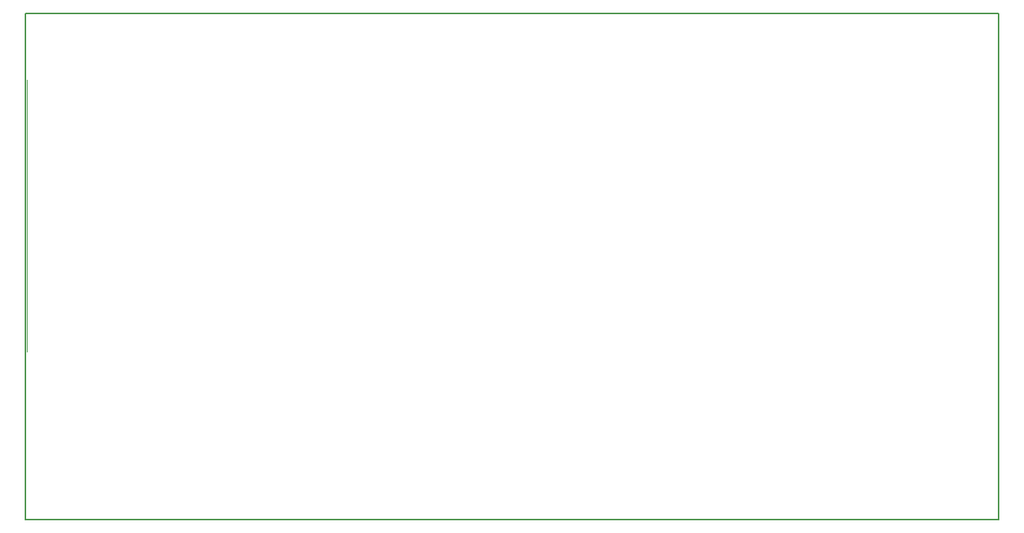
<source format=gko>
G04*
G04 #@! TF.GenerationSoftware,Altium Limited,Altium NEXUS,2.1.9 (83)*
G04*
G04 Layer_Color=16711935*
%FSLAX44Y44*%
%MOMM*%
G71*
G01*
G75*
%ADD14C,0.2000*%
%ADD18C,0.1000*%
D14*
X254000Y254000D02*
Y828040D01*
X1357630D01*
Y254000D02*
Y828040D01*
X254000Y254000D02*
X1357630D01*
D18*
X255800Y444170D02*
Y752170D01*
M02*

</source>
